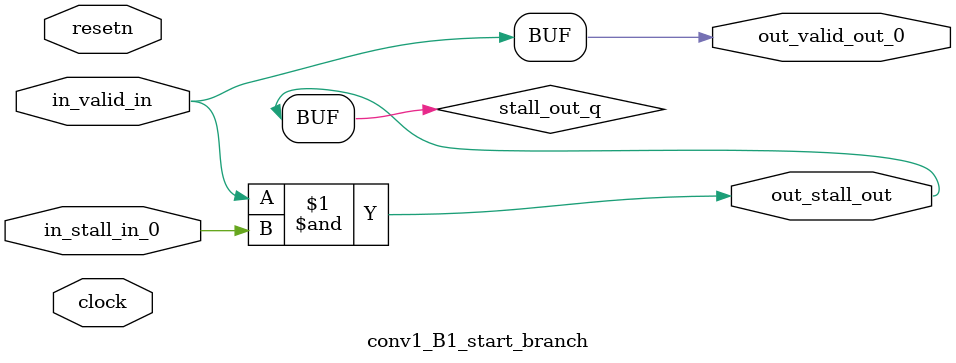
<source format=sv>



(* altera_attribute = "-name AUTO_SHIFT_REGISTER_RECOGNITION OFF; -name MESSAGE_DISABLE 10036; -name MESSAGE_DISABLE 10037; -name MESSAGE_DISABLE 14130; -name MESSAGE_DISABLE 14320; -name MESSAGE_DISABLE 15400; -name MESSAGE_DISABLE 14130; -name MESSAGE_DISABLE 10036; -name MESSAGE_DISABLE 12020; -name MESSAGE_DISABLE 12030; -name MESSAGE_DISABLE 12010; -name MESSAGE_DISABLE 12110; -name MESSAGE_DISABLE 14320; -name MESSAGE_DISABLE 13410; -name MESSAGE_DISABLE 113007; -name MESSAGE_DISABLE 10958" *)
module conv1_B1_start_branch (
    input wire [0:0] in_stall_in_0,
    input wire [0:0] in_valid_in,
    output wire [0:0] out_stall_out,
    output wire [0:0] out_valid_out_0,
    input wire clock,
    input wire resetn
    );

    wire [0:0] stall_out_q;


    // stall_out(LOGICAL,6)
    assign stall_out_q = in_valid_in & in_stall_in_0;

    // out_stall_out(GPOUT,4)
    assign out_stall_out = stall_out_q;

    // out_valid_out_0(GPOUT,5)
    assign out_valid_out_0 = in_valid_in;

endmodule

</source>
